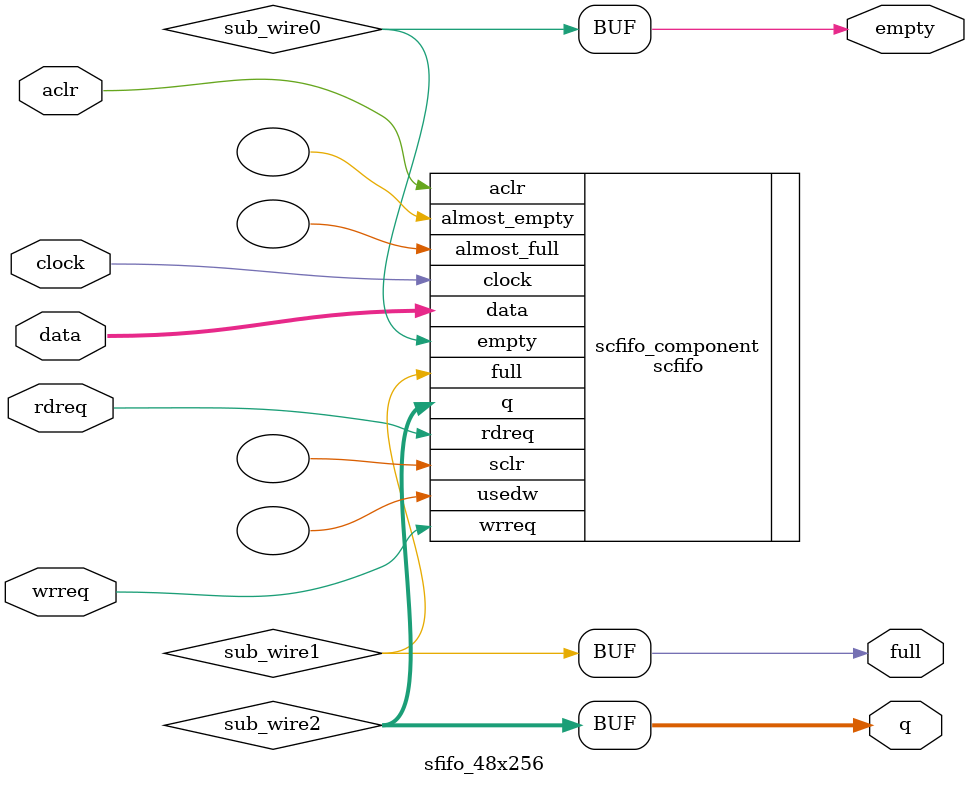
<source format=v>
module sfifo_48x256 (
	aclr,
	clock,
	data,
	rdreq,
	wrreq,
	empty,
	full,
	q);
	input	  aclr;
	input	  clock;
	input	[47:0]  data;
	input	  rdreq;
	input	  wrreq;
	output	  empty;
	output	  full;
	output	[47:0]  q;
	wire  sub_wire0;
	wire  sub_wire1;
	wire [47:0] sub_wire2;
	wire  empty = sub_wire0;
	wire  full = sub_wire1;
	wire [47:0] q = sub_wire2[47:0];
	scfifo	scfifo_component (
				.aclr (aclr),
				.clock (clock),
				.data (data),
				.rdreq (rdreq),
				.wrreq (wrreq),
				.empty (sub_wire0),
				.full (sub_wire1),
				.q (sub_wire2),
				.almost_empty (),
				.almost_full (),
				.sclr (),
				.usedw ());
	defparam
		scfifo_component.add_ram_output_register = "OFF",
		scfifo_component.intended_device_family = "Arria II GX",
		scfifo_component.lpm_numwords = 256,
		scfifo_component.lpm_showahead = "OFF",
		scfifo_component.lpm_type = "scfifo",
		scfifo_component.lpm_width = 48,
		scfifo_component.lpm_widthu = 8,
		scfifo_component.overflow_checking = "ON",
		scfifo_component.underflow_checking = "ON",
		scfifo_component.use_eab = "ON";
endmodule
</source>
